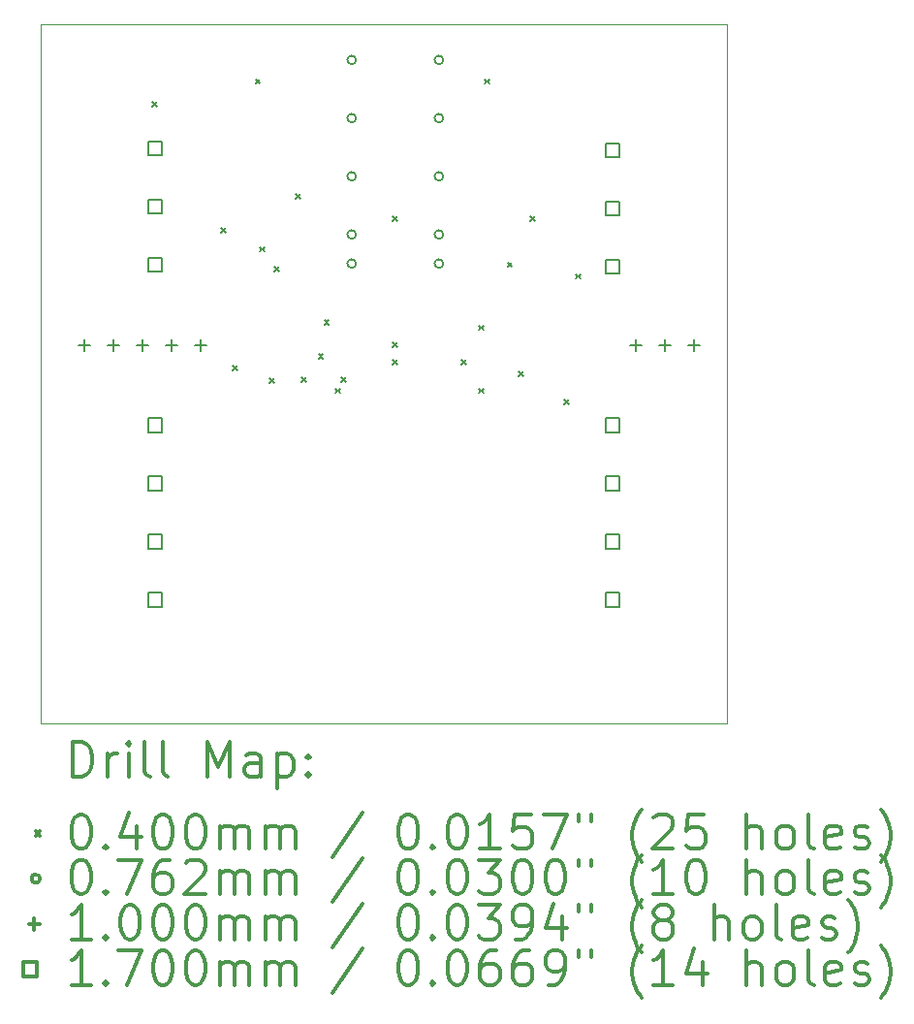
<source format=gbr>
%FSLAX45Y45*%
G04 Gerber Fmt 4.5, Leading zero omitted, Abs format (unit mm)*
G04 Created by KiCad (PCBNEW 5.1.10-88a1d61d58~88~ubuntu20.10.1) date 2021-05-12 21:52:31*
%MOMM*%
%LPD*%
G01*
G04 APERTURE LIST*
%TA.AperFunction,Profile*%
%ADD10C,0.050000*%
%TD*%
%ADD11C,0.200000*%
%ADD12C,0.300000*%
G04 APERTURE END LIST*
D10*
X7000000Y-4000000D02*
X7000000Y-10100000D01*
X13000000Y-4000000D02*
X7000000Y-4000000D01*
X13000000Y-10100000D02*
X13000000Y-4000000D01*
X7000000Y-10100000D02*
X13000000Y-10100000D01*
D11*
X7980000Y-4680000D02*
X8020000Y-4720000D01*
X8020000Y-4680000D02*
X7980000Y-4720000D01*
X8580000Y-5780000D02*
X8620000Y-5820000D01*
X8620000Y-5780000D02*
X8580000Y-5820000D01*
X8680000Y-6980000D02*
X8720000Y-7020000D01*
X8720000Y-6980000D02*
X8680000Y-7020000D01*
X8880000Y-4480000D02*
X8920000Y-4520000D01*
X8920000Y-4480000D02*
X8880000Y-4520000D01*
X8916500Y-5943500D02*
X8956500Y-5983500D01*
X8956500Y-5943500D02*
X8916500Y-5983500D01*
X8999301Y-7089699D02*
X9039301Y-7129699D01*
X9039301Y-7089699D02*
X8999301Y-7129699D01*
X9043500Y-6116500D02*
X9083500Y-6156500D01*
X9083500Y-6116500D02*
X9043500Y-6156500D01*
X9230000Y-5480000D02*
X9270000Y-5520000D01*
X9270000Y-5480000D02*
X9230000Y-5520000D01*
X9280000Y-7080000D02*
X9320000Y-7120000D01*
X9320000Y-7080000D02*
X9280000Y-7120000D01*
X9430000Y-6880000D02*
X9470000Y-6920000D01*
X9470000Y-6880000D02*
X9430000Y-6920000D01*
X9480000Y-6580000D02*
X9520000Y-6620000D01*
X9520000Y-6580000D02*
X9480000Y-6620000D01*
X9580000Y-7180000D02*
X9620000Y-7220000D01*
X9620000Y-7180000D02*
X9580000Y-7220000D01*
X9630000Y-7080000D02*
X9670000Y-7120000D01*
X9670000Y-7080000D02*
X9630000Y-7120000D01*
X10080000Y-5680000D02*
X10120000Y-5720000D01*
X10120000Y-5680000D02*
X10080000Y-5720000D01*
X10080000Y-6780000D02*
X10120000Y-6820000D01*
X10120000Y-6780000D02*
X10080000Y-6820000D01*
X10080000Y-6930000D02*
X10120000Y-6970000D01*
X10120000Y-6930000D02*
X10080000Y-6970000D01*
X10680000Y-6930000D02*
X10720000Y-6970000D01*
X10720000Y-6930000D02*
X10680000Y-6970000D01*
X10830000Y-6630000D02*
X10870000Y-6670000D01*
X10870000Y-6630000D02*
X10830000Y-6670000D01*
X10830000Y-7180000D02*
X10870000Y-7220000D01*
X10870000Y-7180000D02*
X10830000Y-7220000D01*
X10880000Y-4480000D02*
X10920000Y-4520000D01*
X10920000Y-4480000D02*
X10880000Y-4520000D01*
X11080000Y-6080000D02*
X11120000Y-6120000D01*
X11120000Y-6080000D02*
X11080000Y-6120000D01*
X11180000Y-7030000D02*
X11220000Y-7070000D01*
X11220000Y-7030000D02*
X11180000Y-7070000D01*
X11280000Y-5680000D02*
X11320000Y-5720000D01*
X11320000Y-5680000D02*
X11280000Y-5720000D01*
X11577500Y-7280000D02*
X11617500Y-7320000D01*
X11617500Y-7280000D02*
X11577500Y-7320000D01*
X11680000Y-6180000D02*
X11720000Y-6220000D01*
X11720000Y-6180000D02*
X11680000Y-6220000D01*
X9757100Y-4311000D02*
G75*
G03*
X9757100Y-4311000I-38100J0D01*
G01*
X9757100Y-4819000D02*
G75*
G03*
X9757100Y-4819000I-38100J0D01*
G01*
X9757100Y-5327000D02*
G75*
G03*
X9757100Y-5327000I-38100J0D01*
G01*
X9757100Y-5835000D02*
G75*
G03*
X9757100Y-5835000I-38100J0D01*
G01*
X9757100Y-6089000D02*
G75*
G03*
X9757100Y-6089000I-38100J0D01*
G01*
X10519100Y-4311000D02*
G75*
G03*
X10519100Y-4311000I-38100J0D01*
G01*
X10519100Y-4819000D02*
G75*
G03*
X10519100Y-4819000I-38100J0D01*
G01*
X10519100Y-5327000D02*
G75*
G03*
X10519100Y-5327000I-38100J0D01*
G01*
X10519100Y-5835000D02*
G75*
G03*
X10519100Y-5835000I-38100J0D01*
G01*
X10519100Y-6089000D02*
G75*
G03*
X10519100Y-6089000I-38100J0D01*
G01*
X7384000Y-6750000D02*
X7384000Y-6850000D01*
X7334000Y-6800000D02*
X7434000Y-6800000D01*
X7638000Y-6750000D02*
X7638000Y-6850000D01*
X7588000Y-6800000D02*
X7688000Y-6800000D01*
X7892000Y-6750000D02*
X7892000Y-6850000D01*
X7842000Y-6800000D02*
X7942000Y-6800000D01*
X8146000Y-6750000D02*
X8146000Y-6850000D01*
X8096000Y-6800000D02*
X8196000Y-6800000D01*
X8400000Y-6750000D02*
X8400000Y-6850000D01*
X8350000Y-6800000D02*
X8450000Y-6800000D01*
X12200000Y-6750000D02*
X12200000Y-6850000D01*
X12150000Y-6800000D02*
X12250000Y-6800000D01*
X12454000Y-6750000D02*
X12454000Y-6850000D01*
X12404000Y-6800000D02*
X12504000Y-6800000D01*
X12708000Y-6750000D02*
X12708000Y-6850000D01*
X12658000Y-6800000D02*
X12758000Y-6800000D01*
X8060105Y-5144105D02*
X8060105Y-5023895D01*
X7939895Y-5023895D01*
X7939895Y-5144105D01*
X8060105Y-5144105D01*
X8060105Y-5652105D02*
X8060105Y-5531895D01*
X7939895Y-5531895D01*
X7939895Y-5652105D01*
X8060105Y-5652105D01*
X8060105Y-6160105D02*
X8060105Y-6039895D01*
X7939895Y-6039895D01*
X7939895Y-6160105D01*
X8060105Y-6160105D01*
X8060105Y-7560105D02*
X8060105Y-7439895D01*
X7939895Y-7439895D01*
X7939895Y-7560105D01*
X8060105Y-7560105D01*
X8060105Y-8068105D02*
X8060105Y-7947895D01*
X7939895Y-7947895D01*
X7939895Y-8068105D01*
X8060105Y-8068105D01*
X8060105Y-8576105D02*
X8060105Y-8455895D01*
X7939895Y-8455895D01*
X7939895Y-8576105D01*
X8060105Y-8576105D01*
X8060105Y-9084105D02*
X8060105Y-8963895D01*
X7939895Y-8963895D01*
X7939895Y-9084105D01*
X8060105Y-9084105D01*
X12060105Y-5160105D02*
X12060105Y-5039895D01*
X11939895Y-5039895D01*
X11939895Y-5160105D01*
X12060105Y-5160105D01*
X12060105Y-5668105D02*
X12060105Y-5547895D01*
X11939895Y-5547895D01*
X11939895Y-5668105D01*
X12060105Y-5668105D01*
X12060105Y-6176105D02*
X12060105Y-6055895D01*
X11939895Y-6055895D01*
X11939895Y-6176105D01*
X12060105Y-6176105D01*
X12060105Y-7560105D02*
X12060105Y-7439895D01*
X11939895Y-7439895D01*
X11939895Y-7560105D01*
X12060105Y-7560105D01*
X12060105Y-8068105D02*
X12060105Y-7947895D01*
X11939895Y-7947895D01*
X11939895Y-8068105D01*
X12060105Y-8068105D01*
X12060105Y-8576105D02*
X12060105Y-8455895D01*
X11939895Y-8455895D01*
X11939895Y-8576105D01*
X12060105Y-8576105D01*
X12060105Y-9084105D02*
X12060105Y-8963895D01*
X11939895Y-8963895D01*
X11939895Y-9084105D01*
X12060105Y-9084105D01*
D12*
X7283928Y-10568214D02*
X7283928Y-10268214D01*
X7355357Y-10268214D01*
X7398214Y-10282500D01*
X7426786Y-10311072D01*
X7441071Y-10339643D01*
X7455357Y-10396786D01*
X7455357Y-10439643D01*
X7441071Y-10496786D01*
X7426786Y-10525357D01*
X7398214Y-10553929D01*
X7355357Y-10568214D01*
X7283928Y-10568214D01*
X7583928Y-10568214D02*
X7583928Y-10368214D01*
X7583928Y-10425357D02*
X7598214Y-10396786D01*
X7612500Y-10382500D01*
X7641071Y-10368214D01*
X7669643Y-10368214D01*
X7769643Y-10568214D02*
X7769643Y-10368214D01*
X7769643Y-10268214D02*
X7755357Y-10282500D01*
X7769643Y-10296786D01*
X7783928Y-10282500D01*
X7769643Y-10268214D01*
X7769643Y-10296786D01*
X7955357Y-10568214D02*
X7926786Y-10553929D01*
X7912500Y-10525357D01*
X7912500Y-10268214D01*
X8112500Y-10568214D02*
X8083928Y-10553929D01*
X8069643Y-10525357D01*
X8069643Y-10268214D01*
X8455357Y-10568214D02*
X8455357Y-10268214D01*
X8555357Y-10482500D01*
X8655357Y-10268214D01*
X8655357Y-10568214D01*
X8926786Y-10568214D02*
X8926786Y-10411072D01*
X8912500Y-10382500D01*
X8883928Y-10368214D01*
X8826786Y-10368214D01*
X8798214Y-10382500D01*
X8926786Y-10553929D02*
X8898214Y-10568214D01*
X8826786Y-10568214D01*
X8798214Y-10553929D01*
X8783928Y-10525357D01*
X8783928Y-10496786D01*
X8798214Y-10468214D01*
X8826786Y-10453929D01*
X8898214Y-10453929D01*
X8926786Y-10439643D01*
X9069643Y-10368214D02*
X9069643Y-10668214D01*
X9069643Y-10382500D02*
X9098214Y-10368214D01*
X9155357Y-10368214D01*
X9183928Y-10382500D01*
X9198214Y-10396786D01*
X9212500Y-10425357D01*
X9212500Y-10511072D01*
X9198214Y-10539643D01*
X9183928Y-10553929D01*
X9155357Y-10568214D01*
X9098214Y-10568214D01*
X9069643Y-10553929D01*
X9341071Y-10539643D02*
X9355357Y-10553929D01*
X9341071Y-10568214D01*
X9326786Y-10553929D01*
X9341071Y-10539643D01*
X9341071Y-10568214D01*
X9341071Y-10382500D02*
X9355357Y-10396786D01*
X9341071Y-10411072D01*
X9326786Y-10396786D01*
X9341071Y-10382500D01*
X9341071Y-10411072D01*
X6957500Y-11042500D02*
X6997500Y-11082500D01*
X6997500Y-11042500D02*
X6957500Y-11082500D01*
X7341071Y-10898214D02*
X7369643Y-10898214D01*
X7398214Y-10912500D01*
X7412500Y-10926786D01*
X7426786Y-10955357D01*
X7441071Y-11012500D01*
X7441071Y-11083929D01*
X7426786Y-11141072D01*
X7412500Y-11169643D01*
X7398214Y-11183929D01*
X7369643Y-11198214D01*
X7341071Y-11198214D01*
X7312500Y-11183929D01*
X7298214Y-11169643D01*
X7283928Y-11141072D01*
X7269643Y-11083929D01*
X7269643Y-11012500D01*
X7283928Y-10955357D01*
X7298214Y-10926786D01*
X7312500Y-10912500D01*
X7341071Y-10898214D01*
X7569643Y-11169643D02*
X7583928Y-11183929D01*
X7569643Y-11198214D01*
X7555357Y-11183929D01*
X7569643Y-11169643D01*
X7569643Y-11198214D01*
X7841071Y-10998214D02*
X7841071Y-11198214D01*
X7769643Y-10883929D02*
X7698214Y-11098214D01*
X7883928Y-11098214D01*
X8055357Y-10898214D02*
X8083928Y-10898214D01*
X8112500Y-10912500D01*
X8126786Y-10926786D01*
X8141071Y-10955357D01*
X8155357Y-11012500D01*
X8155357Y-11083929D01*
X8141071Y-11141072D01*
X8126786Y-11169643D01*
X8112500Y-11183929D01*
X8083928Y-11198214D01*
X8055357Y-11198214D01*
X8026786Y-11183929D01*
X8012500Y-11169643D01*
X7998214Y-11141072D01*
X7983928Y-11083929D01*
X7983928Y-11012500D01*
X7998214Y-10955357D01*
X8012500Y-10926786D01*
X8026786Y-10912500D01*
X8055357Y-10898214D01*
X8341071Y-10898214D02*
X8369643Y-10898214D01*
X8398214Y-10912500D01*
X8412500Y-10926786D01*
X8426786Y-10955357D01*
X8441071Y-11012500D01*
X8441071Y-11083929D01*
X8426786Y-11141072D01*
X8412500Y-11169643D01*
X8398214Y-11183929D01*
X8369643Y-11198214D01*
X8341071Y-11198214D01*
X8312500Y-11183929D01*
X8298214Y-11169643D01*
X8283928Y-11141072D01*
X8269643Y-11083929D01*
X8269643Y-11012500D01*
X8283928Y-10955357D01*
X8298214Y-10926786D01*
X8312500Y-10912500D01*
X8341071Y-10898214D01*
X8569643Y-11198214D02*
X8569643Y-10998214D01*
X8569643Y-11026786D02*
X8583928Y-11012500D01*
X8612500Y-10998214D01*
X8655357Y-10998214D01*
X8683928Y-11012500D01*
X8698214Y-11041072D01*
X8698214Y-11198214D01*
X8698214Y-11041072D02*
X8712500Y-11012500D01*
X8741071Y-10998214D01*
X8783928Y-10998214D01*
X8812500Y-11012500D01*
X8826786Y-11041072D01*
X8826786Y-11198214D01*
X8969643Y-11198214D02*
X8969643Y-10998214D01*
X8969643Y-11026786D02*
X8983928Y-11012500D01*
X9012500Y-10998214D01*
X9055357Y-10998214D01*
X9083928Y-11012500D01*
X9098214Y-11041072D01*
X9098214Y-11198214D01*
X9098214Y-11041072D02*
X9112500Y-11012500D01*
X9141071Y-10998214D01*
X9183928Y-10998214D01*
X9212500Y-11012500D01*
X9226786Y-11041072D01*
X9226786Y-11198214D01*
X9812500Y-10883929D02*
X9555357Y-11269643D01*
X10198214Y-10898214D02*
X10226786Y-10898214D01*
X10255357Y-10912500D01*
X10269643Y-10926786D01*
X10283928Y-10955357D01*
X10298214Y-11012500D01*
X10298214Y-11083929D01*
X10283928Y-11141072D01*
X10269643Y-11169643D01*
X10255357Y-11183929D01*
X10226786Y-11198214D01*
X10198214Y-11198214D01*
X10169643Y-11183929D01*
X10155357Y-11169643D01*
X10141071Y-11141072D01*
X10126786Y-11083929D01*
X10126786Y-11012500D01*
X10141071Y-10955357D01*
X10155357Y-10926786D01*
X10169643Y-10912500D01*
X10198214Y-10898214D01*
X10426786Y-11169643D02*
X10441071Y-11183929D01*
X10426786Y-11198214D01*
X10412500Y-11183929D01*
X10426786Y-11169643D01*
X10426786Y-11198214D01*
X10626786Y-10898214D02*
X10655357Y-10898214D01*
X10683928Y-10912500D01*
X10698214Y-10926786D01*
X10712500Y-10955357D01*
X10726786Y-11012500D01*
X10726786Y-11083929D01*
X10712500Y-11141072D01*
X10698214Y-11169643D01*
X10683928Y-11183929D01*
X10655357Y-11198214D01*
X10626786Y-11198214D01*
X10598214Y-11183929D01*
X10583928Y-11169643D01*
X10569643Y-11141072D01*
X10555357Y-11083929D01*
X10555357Y-11012500D01*
X10569643Y-10955357D01*
X10583928Y-10926786D01*
X10598214Y-10912500D01*
X10626786Y-10898214D01*
X11012500Y-11198214D02*
X10841071Y-11198214D01*
X10926786Y-11198214D02*
X10926786Y-10898214D01*
X10898214Y-10941072D01*
X10869643Y-10969643D01*
X10841071Y-10983929D01*
X11283928Y-10898214D02*
X11141071Y-10898214D01*
X11126786Y-11041072D01*
X11141071Y-11026786D01*
X11169643Y-11012500D01*
X11241071Y-11012500D01*
X11269643Y-11026786D01*
X11283928Y-11041072D01*
X11298214Y-11069643D01*
X11298214Y-11141072D01*
X11283928Y-11169643D01*
X11269643Y-11183929D01*
X11241071Y-11198214D01*
X11169643Y-11198214D01*
X11141071Y-11183929D01*
X11126786Y-11169643D01*
X11398214Y-10898214D02*
X11598214Y-10898214D01*
X11469643Y-11198214D01*
X11698214Y-10898214D02*
X11698214Y-10955357D01*
X11812500Y-10898214D02*
X11812500Y-10955357D01*
X12255357Y-11312500D02*
X12241071Y-11298214D01*
X12212500Y-11255357D01*
X12198214Y-11226786D01*
X12183928Y-11183929D01*
X12169643Y-11112500D01*
X12169643Y-11055357D01*
X12183928Y-10983929D01*
X12198214Y-10941072D01*
X12212500Y-10912500D01*
X12241071Y-10869643D01*
X12255357Y-10855357D01*
X12355357Y-10926786D02*
X12369643Y-10912500D01*
X12398214Y-10898214D01*
X12469643Y-10898214D01*
X12498214Y-10912500D01*
X12512500Y-10926786D01*
X12526786Y-10955357D01*
X12526786Y-10983929D01*
X12512500Y-11026786D01*
X12341071Y-11198214D01*
X12526786Y-11198214D01*
X12798214Y-10898214D02*
X12655357Y-10898214D01*
X12641071Y-11041072D01*
X12655357Y-11026786D01*
X12683928Y-11012500D01*
X12755357Y-11012500D01*
X12783928Y-11026786D01*
X12798214Y-11041072D01*
X12812500Y-11069643D01*
X12812500Y-11141072D01*
X12798214Y-11169643D01*
X12783928Y-11183929D01*
X12755357Y-11198214D01*
X12683928Y-11198214D01*
X12655357Y-11183929D01*
X12641071Y-11169643D01*
X13169643Y-11198214D02*
X13169643Y-10898214D01*
X13298214Y-11198214D02*
X13298214Y-11041072D01*
X13283928Y-11012500D01*
X13255357Y-10998214D01*
X13212500Y-10998214D01*
X13183928Y-11012500D01*
X13169643Y-11026786D01*
X13483928Y-11198214D02*
X13455357Y-11183929D01*
X13441071Y-11169643D01*
X13426786Y-11141072D01*
X13426786Y-11055357D01*
X13441071Y-11026786D01*
X13455357Y-11012500D01*
X13483928Y-10998214D01*
X13526786Y-10998214D01*
X13555357Y-11012500D01*
X13569643Y-11026786D01*
X13583928Y-11055357D01*
X13583928Y-11141072D01*
X13569643Y-11169643D01*
X13555357Y-11183929D01*
X13526786Y-11198214D01*
X13483928Y-11198214D01*
X13755357Y-11198214D02*
X13726786Y-11183929D01*
X13712500Y-11155357D01*
X13712500Y-10898214D01*
X13983928Y-11183929D02*
X13955357Y-11198214D01*
X13898214Y-11198214D01*
X13869643Y-11183929D01*
X13855357Y-11155357D01*
X13855357Y-11041072D01*
X13869643Y-11012500D01*
X13898214Y-10998214D01*
X13955357Y-10998214D01*
X13983928Y-11012500D01*
X13998214Y-11041072D01*
X13998214Y-11069643D01*
X13855357Y-11098214D01*
X14112500Y-11183929D02*
X14141071Y-11198214D01*
X14198214Y-11198214D01*
X14226786Y-11183929D01*
X14241071Y-11155357D01*
X14241071Y-11141072D01*
X14226786Y-11112500D01*
X14198214Y-11098214D01*
X14155357Y-11098214D01*
X14126786Y-11083929D01*
X14112500Y-11055357D01*
X14112500Y-11041072D01*
X14126786Y-11012500D01*
X14155357Y-10998214D01*
X14198214Y-10998214D01*
X14226786Y-11012500D01*
X14341071Y-11312500D02*
X14355357Y-11298214D01*
X14383928Y-11255357D01*
X14398214Y-11226786D01*
X14412500Y-11183929D01*
X14426786Y-11112500D01*
X14426786Y-11055357D01*
X14412500Y-10983929D01*
X14398214Y-10941072D01*
X14383928Y-10912500D01*
X14355357Y-10869643D01*
X14341071Y-10855357D01*
X6997500Y-11458500D02*
G75*
G03*
X6997500Y-11458500I-38100J0D01*
G01*
X7341071Y-11294214D02*
X7369643Y-11294214D01*
X7398214Y-11308500D01*
X7412500Y-11322786D01*
X7426786Y-11351357D01*
X7441071Y-11408500D01*
X7441071Y-11479929D01*
X7426786Y-11537071D01*
X7412500Y-11565643D01*
X7398214Y-11579929D01*
X7369643Y-11594214D01*
X7341071Y-11594214D01*
X7312500Y-11579929D01*
X7298214Y-11565643D01*
X7283928Y-11537071D01*
X7269643Y-11479929D01*
X7269643Y-11408500D01*
X7283928Y-11351357D01*
X7298214Y-11322786D01*
X7312500Y-11308500D01*
X7341071Y-11294214D01*
X7569643Y-11565643D02*
X7583928Y-11579929D01*
X7569643Y-11594214D01*
X7555357Y-11579929D01*
X7569643Y-11565643D01*
X7569643Y-11594214D01*
X7683928Y-11294214D02*
X7883928Y-11294214D01*
X7755357Y-11594214D01*
X8126786Y-11294214D02*
X8069643Y-11294214D01*
X8041071Y-11308500D01*
X8026786Y-11322786D01*
X7998214Y-11365643D01*
X7983928Y-11422786D01*
X7983928Y-11537071D01*
X7998214Y-11565643D01*
X8012500Y-11579929D01*
X8041071Y-11594214D01*
X8098214Y-11594214D01*
X8126786Y-11579929D01*
X8141071Y-11565643D01*
X8155357Y-11537071D01*
X8155357Y-11465643D01*
X8141071Y-11437071D01*
X8126786Y-11422786D01*
X8098214Y-11408500D01*
X8041071Y-11408500D01*
X8012500Y-11422786D01*
X7998214Y-11437071D01*
X7983928Y-11465643D01*
X8269643Y-11322786D02*
X8283928Y-11308500D01*
X8312500Y-11294214D01*
X8383928Y-11294214D01*
X8412500Y-11308500D01*
X8426786Y-11322786D01*
X8441071Y-11351357D01*
X8441071Y-11379929D01*
X8426786Y-11422786D01*
X8255357Y-11594214D01*
X8441071Y-11594214D01*
X8569643Y-11594214D02*
X8569643Y-11394214D01*
X8569643Y-11422786D02*
X8583928Y-11408500D01*
X8612500Y-11394214D01*
X8655357Y-11394214D01*
X8683928Y-11408500D01*
X8698214Y-11437071D01*
X8698214Y-11594214D01*
X8698214Y-11437071D02*
X8712500Y-11408500D01*
X8741071Y-11394214D01*
X8783928Y-11394214D01*
X8812500Y-11408500D01*
X8826786Y-11437071D01*
X8826786Y-11594214D01*
X8969643Y-11594214D02*
X8969643Y-11394214D01*
X8969643Y-11422786D02*
X8983928Y-11408500D01*
X9012500Y-11394214D01*
X9055357Y-11394214D01*
X9083928Y-11408500D01*
X9098214Y-11437071D01*
X9098214Y-11594214D01*
X9098214Y-11437071D02*
X9112500Y-11408500D01*
X9141071Y-11394214D01*
X9183928Y-11394214D01*
X9212500Y-11408500D01*
X9226786Y-11437071D01*
X9226786Y-11594214D01*
X9812500Y-11279929D02*
X9555357Y-11665643D01*
X10198214Y-11294214D02*
X10226786Y-11294214D01*
X10255357Y-11308500D01*
X10269643Y-11322786D01*
X10283928Y-11351357D01*
X10298214Y-11408500D01*
X10298214Y-11479929D01*
X10283928Y-11537071D01*
X10269643Y-11565643D01*
X10255357Y-11579929D01*
X10226786Y-11594214D01*
X10198214Y-11594214D01*
X10169643Y-11579929D01*
X10155357Y-11565643D01*
X10141071Y-11537071D01*
X10126786Y-11479929D01*
X10126786Y-11408500D01*
X10141071Y-11351357D01*
X10155357Y-11322786D01*
X10169643Y-11308500D01*
X10198214Y-11294214D01*
X10426786Y-11565643D02*
X10441071Y-11579929D01*
X10426786Y-11594214D01*
X10412500Y-11579929D01*
X10426786Y-11565643D01*
X10426786Y-11594214D01*
X10626786Y-11294214D02*
X10655357Y-11294214D01*
X10683928Y-11308500D01*
X10698214Y-11322786D01*
X10712500Y-11351357D01*
X10726786Y-11408500D01*
X10726786Y-11479929D01*
X10712500Y-11537071D01*
X10698214Y-11565643D01*
X10683928Y-11579929D01*
X10655357Y-11594214D01*
X10626786Y-11594214D01*
X10598214Y-11579929D01*
X10583928Y-11565643D01*
X10569643Y-11537071D01*
X10555357Y-11479929D01*
X10555357Y-11408500D01*
X10569643Y-11351357D01*
X10583928Y-11322786D01*
X10598214Y-11308500D01*
X10626786Y-11294214D01*
X10826786Y-11294214D02*
X11012500Y-11294214D01*
X10912500Y-11408500D01*
X10955357Y-11408500D01*
X10983928Y-11422786D01*
X10998214Y-11437071D01*
X11012500Y-11465643D01*
X11012500Y-11537071D01*
X10998214Y-11565643D01*
X10983928Y-11579929D01*
X10955357Y-11594214D01*
X10869643Y-11594214D01*
X10841071Y-11579929D01*
X10826786Y-11565643D01*
X11198214Y-11294214D02*
X11226786Y-11294214D01*
X11255357Y-11308500D01*
X11269643Y-11322786D01*
X11283928Y-11351357D01*
X11298214Y-11408500D01*
X11298214Y-11479929D01*
X11283928Y-11537071D01*
X11269643Y-11565643D01*
X11255357Y-11579929D01*
X11226786Y-11594214D01*
X11198214Y-11594214D01*
X11169643Y-11579929D01*
X11155357Y-11565643D01*
X11141071Y-11537071D01*
X11126786Y-11479929D01*
X11126786Y-11408500D01*
X11141071Y-11351357D01*
X11155357Y-11322786D01*
X11169643Y-11308500D01*
X11198214Y-11294214D01*
X11483928Y-11294214D02*
X11512500Y-11294214D01*
X11541071Y-11308500D01*
X11555357Y-11322786D01*
X11569643Y-11351357D01*
X11583928Y-11408500D01*
X11583928Y-11479929D01*
X11569643Y-11537071D01*
X11555357Y-11565643D01*
X11541071Y-11579929D01*
X11512500Y-11594214D01*
X11483928Y-11594214D01*
X11455357Y-11579929D01*
X11441071Y-11565643D01*
X11426786Y-11537071D01*
X11412500Y-11479929D01*
X11412500Y-11408500D01*
X11426786Y-11351357D01*
X11441071Y-11322786D01*
X11455357Y-11308500D01*
X11483928Y-11294214D01*
X11698214Y-11294214D02*
X11698214Y-11351357D01*
X11812500Y-11294214D02*
X11812500Y-11351357D01*
X12255357Y-11708500D02*
X12241071Y-11694214D01*
X12212500Y-11651357D01*
X12198214Y-11622786D01*
X12183928Y-11579929D01*
X12169643Y-11508500D01*
X12169643Y-11451357D01*
X12183928Y-11379929D01*
X12198214Y-11337071D01*
X12212500Y-11308500D01*
X12241071Y-11265643D01*
X12255357Y-11251357D01*
X12526786Y-11594214D02*
X12355357Y-11594214D01*
X12441071Y-11594214D02*
X12441071Y-11294214D01*
X12412500Y-11337071D01*
X12383928Y-11365643D01*
X12355357Y-11379929D01*
X12712500Y-11294214D02*
X12741071Y-11294214D01*
X12769643Y-11308500D01*
X12783928Y-11322786D01*
X12798214Y-11351357D01*
X12812500Y-11408500D01*
X12812500Y-11479929D01*
X12798214Y-11537071D01*
X12783928Y-11565643D01*
X12769643Y-11579929D01*
X12741071Y-11594214D01*
X12712500Y-11594214D01*
X12683928Y-11579929D01*
X12669643Y-11565643D01*
X12655357Y-11537071D01*
X12641071Y-11479929D01*
X12641071Y-11408500D01*
X12655357Y-11351357D01*
X12669643Y-11322786D01*
X12683928Y-11308500D01*
X12712500Y-11294214D01*
X13169643Y-11594214D02*
X13169643Y-11294214D01*
X13298214Y-11594214D02*
X13298214Y-11437071D01*
X13283928Y-11408500D01*
X13255357Y-11394214D01*
X13212500Y-11394214D01*
X13183928Y-11408500D01*
X13169643Y-11422786D01*
X13483928Y-11594214D02*
X13455357Y-11579929D01*
X13441071Y-11565643D01*
X13426786Y-11537071D01*
X13426786Y-11451357D01*
X13441071Y-11422786D01*
X13455357Y-11408500D01*
X13483928Y-11394214D01*
X13526786Y-11394214D01*
X13555357Y-11408500D01*
X13569643Y-11422786D01*
X13583928Y-11451357D01*
X13583928Y-11537071D01*
X13569643Y-11565643D01*
X13555357Y-11579929D01*
X13526786Y-11594214D01*
X13483928Y-11594214D01*
X13755357Y-11594214D02*
X13726786Y-11579929D01*
X13712500Y-11551357D01*
X13712500Y-11294214D01*
X13983928Y-11579929D02*
X13955357Y-11594214D01*
X13898214Y-11594214D01*
X13869643Y-11579929D01*
X13855357Y-11551357D01*
X13855357Y-11437071D01*
X13869643Y-11408500D01*
X13898214Y-11394214D01*
X13955357Y-11394214D01*
X13983928Y-11408500D01*
X13998214Y-11437071D01*
X13998214Y-11465643D01*
X13855357Y-11494214D01*
X14112500Y-11579929D02*
X14141071Y-11594214D01*
X14198214Y-11594214D01*
X14226786Y-11579929D01*
X14241071Y-11551357D01*
X14241071Y-11537071D01*
X14226786Y-11508500D01*
X14198214Y-11494214D01*
X14155357Y-11494214D01*
X14126786Y-11479929D01*
X14112500Y-11451357D01*
X14112500Y-11437071D01*
X14126786Y-11408500D01*
X14155357Y-11394214D01*
X14198214Y-11394214D01*
X14226786Y-11408500D01*
X14341071Y-11708500D02*
X14355357Y-11694214D01*
X14383928Y-11651357D01*
X14398214Y-11622786D01*
X14412500Y-11579929D01*
X14426786Y-11508500D01*
X14426786Y-11451357D01*
X14412500Y-11379929D01*
X14398214Y-11337071D01*
X14383928Y-11308500D01*
X14355357Y-11265643D01*
X14341071Y-11251357D01*
X6947500Y-11804500D02*
X6947500Y-11904500D01*
X6897500Y-11854500D02*
X6997500Y-11854500D01*
X7441071Y-11990214D02*
X7269643Y-11990214D01*
X7355357Y-11990214D02*
X7355357Y-11690214D01*
X7326786Y-11733071D01*
X7298214Y-11761643D01*
X7269643Y-11775929D01*
X7569643Y-11961643D02*
X7583928Y-11975929D01*
X7569643Y-11990214D01*
X7555357Y-11975929D01*
X7569643Y-11961643D01*
X7569643Y-11990214D01*
X7769643Y-11690214D02*
X7798214Y-11690214D01*
X7826786Y-11704500D01*
X7841071Y-11718786D01*
X7855357Y-11747357D01*
X7869643Y-11804500D01*
X7869643Y-11875929D01*
X7855357Y-11933071D01*
X7841071Y-11961643D01*
X7826786Y-11975929D01*
X7798214Y-11990214D01*
X7769643Y-11990214D01*
X7741071Y-11975929D01*
X7726786Y-11961643D01*
X7712500Y-11933071D01*
X7698214Y-11875929D01*
X7698214Y-11804500D01*
X7712500Y-11747357D01*
X7726786Y-11718786D01*
X7741071Y-11704500D01*
X7769643Y-11690214D01*
X8055357Y-11690214D02*
X8083928Y-11690214D01*
X8112500Y-11704500D01*
X8126786Y-11718786D01*
X8141071Y-11747357D01*
X8155357Y-11804500D01*
X8155357Y-11875929D01*
X8141071Y-11933071D01*
X8126786Y-11961643D01*
X8112500Y-11975929D01*
X8083928Y-11990214D01*
X8055357Y-11990214D01*
X8026786Y-11975929D01*
X8012500Y-11961643D01*
X7998214Y-11933071D01*
X7983928Y-11875929D01*
X7983928Y-11804500D01*
X7998214Y-11747357D01*
X8012500Y-11718786D01*
X8026786Y-11704500D01*
X8055357Y-11690214D01*
X8341071Y-11690214D02*
X8369643Y-11690214D01*
X8398214Y-11704500D01*
X8412500Y-11718786D01*
X8426786Y-11747357D01*
X8441071Y-11804500D01*
X8441071Y-11875929D01*
X8426786Y-11933071D01*
X8412500Y-11961643D01*
X8398214Y-11975929D01*
X8369643Y-11990214D01*
X8341071Y-11990214D01*
X8312500Y-11975929D01*
X8298214Y-11961643D01*
X8283928Y-11933071D01*
X8269643Y-11875929D01*
X8269643Y-11804500D01*
X8283928Y-11747357D01*
X8298214Y-11718786D01*
X8312500Y-11704500D01*
X8341071Y-11690214D01*
X8569643Y-11990214D02*
X8569643Y-11790214D01*
X8569643Y-11818786D02*
X8583928Y-11804500D01*
X8612500Y-11790214D01*
X8655357Y-11790214D01*
X8683928Y-11804500D01*
X8698214Y-11833071D01*
X8698214Y-11990214D01*
X8698214Y-11833071D02*
X8712500Y-11804500D01*
X8741071Y-11790214D01*
X8783928Y-11790214D01*
X8812500Y-11804500D01*
X8826786Y-11833071D01*
X8826786Y-11990214D01*
X8969643Y-11990214D02*
X8969643Y-11790214D01*
X8969643Y-11818786D02*
X8983928Y-11804500D01*
X9012500Y-11790214D01*
X9055357Y-11790214D01*
X9083928Y-11804500D01*
X9098214Y-11833071D01*
X9098214Y-11990214D01*
X9098214Y-11833071D02*
X9112500Y-11804500D01*
X9141071Y-11790214D01*
X9183928Y-11790214D01*
X9212500Y-11804500D01*
X9226786Y-11833071D01*
X9226786Y-11990214D01*
X9812500Y-11675929D02*
X9555357Y-12061643D01*
X10198214Y-11690214D02*
X10226786Y-11690214D01*
X10255357Y-11704500D01*
X10269643Y-11718786D01*
X10283928Y-11747357D01*
X10298214Y-11804500D01*
X10298214Y-11875929D01*
X10283928Y-11933071D01*
X10269643Y-11961643D01*
X10255357Y-11975929D01*
X10226786Y-11990214D01*
X10198214Y-11990214D01*
X10169643Y-11975929D01*
X10155357Y-11961643D01*
X10141071Y-11933071D01*
X10126786Y-11875929D01*
X10126786Y-11804500D01*
X10141071Y-11747357D01*
X10155357Y-11718786D01*
X10169643Y-11704500D01*
X10198214Y-11690214D01*
X10426786Y-11961643D02*
X10441071Y-11975929D01*
X10426786Y-11990214D01*
X10412500Y-11975929D01*
X10426786Y-11961643D01*
X10426786Y-11990214D01*
X10626786Y-11690214D02*
X10655357Y-11690214D01*
X10683928Y-11704500D01*
X10698214Y-11718786D01*
X10712500Y-11747357D01*
X10726786Y-11804500D01*
X10726786Y-11875929D01*
X10712500Y-11933071D01*
X10698214Y-11961643D01*
X10683928Y-11975929D01*
X10655357Y-11990214D01*
X10626786Y-11990214D01*
X10598214Y-11975929D01*
X10583928Y-11961643D01*
X10569643Y-11933071D01*
X10555357Y-11875929D01*
X10555357Y-11804500D01*
X10569643Y-11747357D01*
X10583928Y-11718786D01*
X10598214Y-11704500D01*
X10626786Y-11690214D01*
X10826786Y-11690214D02*
X11012500Y-11690214D01*
X10912500Y-11804500D01*
X10955357Y-11804500D01*
X10983928Y-11818786D01*
X10998214Y-11833071D01*
X11012500Y-11861643D01*
X11012500Y-11933071D01*
X10998214Y-11961643D01*
X10983928Y-11975929D01*
X10955357Y-11990214D01*
X10869643Y-11990214D01*
X10841071Y-11975929D01*
X10826786Y-11961643D01*
X11155357Y-11990214D02*
X11212500Y-11990214D01*
X11241071Y-11975929D01*
X11255357Y-11961643D01*
X11283928Y-11918786D01*
X11298214Y-11861643D01*
X11298214Y-11747357D01*
X11283928Y-11718786D01*
X11269643Y-11704500D01*
X11241071Y-11690214D01*
X11183928Y-11690214D01*
X11155357Y-11704500D01*
X11141071Y-11718786D01*
X11126786Y-11747357D01*
X11126786Y-11818786D01*
X11141071Y-11847357D01*
X11155357Y-11861643D01*
X11183928Y-11875929D01*
X11241071Y-11875929D01*
X11269643Y-11861643D01*
X11283928Y-11847357D01*
X11298214Y-11818786D01*
X11555357Y-11790214D02*
X11555357Y-11990214D01*
X11483928Y-11675929D02*
X11412500Y-11890214D01*
X11598214Y-11890214D01*
X11698214Y-11690214D02*
X11698214Y-11747357D01*
X11812500Y-11690214D02*
X11812500Y-11747357D01*
X12255357Y-12104500D02*
X12241071Y-12090214D01*
X12212500Y-12047357D01*
X12198214Y-12018786D01*
X12183928Y-11975929D01*
X12169643Y-11904500D01*
X12169643Y-11847357D01*
X12183928Y-11775929D01*
X12198214Y-11733071D01*
X12212500Y-11704500D01*
X12241071Y-11661643D01*
X12255357Y-11647357D01*
X12412500Y-11818786D02*
X12383928Y-11804500D01*
X12369643Y-11790214D01*
X12355357Y-11761643D01*
X12355357Y-11747357D01*
X12369643Y-11718786D01*
X12383928Y-11704500D01*
X12412500Y-11690214D01*
X12469643Y-11690214D01*
X12498214Y-11704500D01*
X12512500Y-11718786D01*
X12526786Y-11747357D01*
X12526786Y-11761643D01*
X12512500Y-11790214D01*
X12498214Y-11804500D01*
X12469643Y-11818786D01*
X12412500Y-11818786D01*
X12383928Y-11833071D01*
X12369643Y-11847357D01*
X12355357Y-11875929D01*
X12355357Y-11933071D01*
X12369643Y-11961643D01*
X12383928Y-11975929D01*
X12412500Y-11990214D01*
X12469643Y-11990214D01*
X12498214Y-11975929D01*
X12512500Y-11961643D01*
X12526786Y-11933071D01*
X12526786Y-11875929D01*
X12512500Y-11847357D01*
X12498214Y-11833071D01*
X12469643Y-11818786D01*
X12883928Y-11990214D02*
X12883928Y-11690214D01*
X13012500Y-11990214D02*
X13012500Y-11833071D01*
X12998214Y-11804500D01*
X12969643Y-11790214D01*
X12926786Y-11790214D01*
X12898214Y-11804500D01*
X12883928Y-11818786D01*
X13198214Y-11990214D02*
X13169643Y-11975929D01*
X13155357Y-11961643D01*
X13141071Y-11933071D01*
X13141071Y-11847357D01*
X13155357Y-11818786D01*
X13169643Y-11804500D01*
X13198214Y-11790214D01*
X13241071Y-11790214D01*
X13269643Y-11804500D01*
X13283928Y-11818786D01*
X13298214Y-11847357D01*
X13298214Y-11933071D01*
X13283928Y-11961643D01*
X13269643Y-11975929D01*
X13241071Y-11990214D01*
X13198214Y-11990214D01*
X13469643Y-11990214D02*
X13441071Y-11975929D01*
X13426786Y-11947357D01*
X13426786Y-11690214D01*
X13698214Y-11975929D02*
X13669643Y-11990214D01*
X13612500Y-11990214D01*
X13583928Y-11975929D01*
X13569643Y-11947357D01*
X13569643Y-11833071D01*
X13583928Y-11804500D01*
X13612500Y-11790214D01*
X13669643Y-11790214D01*
X13698214Y-11804500D01*
X13712500Y-11833071D01*
X13712500Y-11861643D01*
X13569643Y-11890214D01*
X13826786Y-11975929D02*
X13855357Y-11990214D01*
X13912500Y-11990214D01*
X13941071Y-11975929D01*
X13955357Y-11947357D01*
X13955357Y-11933071D01*
X13941071Y-11904500D01*
X13912500Y-11890214D01*
X13869643Y-11890214D01*
X13841071Y-11875929D01*
X13826786Y-11847357D01*
X13826786Y-11833071D01*
X13841071Y-11804500D01*
X13869643Y-11790214D01*
X13912500Y-11790214D01*
X13941071Y-11804500D01*
X14055357Y-12104500D02*
X14069643Y-12090214D01*
X14098214Y-12047357D01*
X14112500Y-12018786D01*
X14126786Y-11975929D01*
X14141071Y-11904500D01*
X14141071Y-11847357D01*
X14126786Y-11775929D01*
X14112500Y-11733071D01*
X14098214Y-11704500D01*
X14069643Y-11661643D01*
X14055357Y-11647357D01*
X6972605Y-12310605D02*
X6972605Y-12190395D01*
X6852395Y-12190395D01*
X6852395Y-12310605D01*
X6972605Y-12310605D01*
X7441071Y-12386214D02*
X7269643Y-12386214D01*
X7355357Y-12386214D02*
X7355357Y-12086214D01*
X7326786Y-12129071D01*
X7298214Y-12157643D01*
X7269643Y-12171929D01*
X7569643Y-12357643D02*
X7583928Y-12371929D01*
X7569643Y-12386214D01*
X7555357Y-12371929D01*
X7569643Y-12357643D01*
X7569643Y-12386214D01*
X7683928Y-12086214D02*
X7883928Y-12086214D01*
X7755357Y-12386214D01*
X8055357Y-12086214D02*
X8083928Y-12086214D01*
X8112500Y-12100500D01*
X8126786Y-12114786D01*
X8141071Y-12143357D01*
X8155357Y-12200500D01*
X8155357Y-12271929D01*
X8141071Y-12329071D01*
X8126786Y-12357643D01*
X8112500Y-12371929D01*
X8083928Y-12386214D01*
X8055357Y-12386214D01*
X8026786Y-12371929D01*
X8012500Y-12357643D01*
X7998214Y-12329071D01*
X7983928Y-12271929D01*
X7983928Y-12200500D01*
X7998214Y-12143357D01*
X8012500Y-12114786D01*
X8026786Y-12100500D01*
X8055357Y-12086214D01*
X8341071Y-12086214D02*
X8369643Y-12086214D01*
X8398214Y-12100500D01*
X8412500Y-12114786D01*
X8426786Y-12143357D01*
X8441071Y-12200500D01*
X8441071Y-12271929D01*
X8426786Y-12329071D01*
X8412500Y-12357643D01*
X8398214Y-12371929D01*
X8369643Y-12386214D01*
X8341071Y-12386214D01*
X8312500Y-12371929D01*
X8298214Y-12357643D01*
X8283928Y-12329071D01*
X8269643Y-12271929D01*
X8269643Y-12200500D01*
X8283928Y-12143357D01*
X8298214Y-12114786D01*
X8312500Y-12100500D01*
X8341071Y-12086214D01*
X8569643Y-12386214D02*
X8569643Y-12186214D01*
X8569643Y-12214786D02*
X8583928Y-12200500D01*
X8612500Y-12186214D01*
X8655357Y-12186214D01*
X8683928Y-12200500D01*
X8698214Y-12229071D01*
X8698214Y-12386214D01*
X8698214Y-12229071D02*
X8712500Y-12200500D01*
X8741071Y-12186214D01*
X8783928Y-12186214D01*
X8812500Y-12200500D01*
X8826786Y-12229071D01*
X8826786Y-12386214D01*
X8969643Y-12386214D02*
X8969643Y-12186214D01*
X8969643Y-12214786D02*
X8983928Y-12200500D01*
X9012500Y-12186214D01*
X9055357Y-12186214D01*
X9083928Y-12200500D01*
X9098214Y-12229071D01*
X9098214Y-12386214D01*
X9098214Y-12229071D02*
X9112500Y-12200500D01*
X9141071Y-12186214D01*
X9183928Y-12186214D01*
X9212500Y-12200500D01*
X9226786Y-12229071D01*
X9226786Y-12386214D01*
X9812500Y-12071929D02*
X9555357Y-12457643D01*
X10198214Y-12086214D02*
X10226786Y-12086214D01*
X10255357Y-12100500D01*
X10269643Y-12114786D01*
X10283928Y-12143357D01*
X10298214Y-12200500D01*
X10298214Y-12271929D01*
X10283928Y-12329071D01*
X10269643Y-12357643D01*
X10255357Y-12371929D01*
X10226786Y-12386214D01*
X10198214Y-12386214D01*
X10169643Y-12371929D01*
X10155357Y-12357643D01*
X10141071Y-12329071D01*
X10126786Y-12271929D01*
X10126786Y-12200500D01*
X10141071Y-12143357D01*
X10155357Y-12114786D01*
X10169643Y-12100500D01*
X10198214Y-12086214D01*
X10426786Y-12357643D02*
X10441071Y-12371929D01*
X10426786Y-12386214D01*
X10412500Y-12371929D01*
X10426786Y-12357643D01*
X10426786Y-12386214D01*
X10626786Y-12086214D02*
X10655357Y-12086214D01*
X10683928Y-12100500D01*
X10698214Y-12114786D01*
X10712500Y-12143357D01*
X10726786Y-12200500D01*
X10726786Y-12271929D01*
X10712500Y-12329071D01*
X10698214Y-12357643D01*
X10683928Y-12371929D01*
X10655357Y-12386214D01*
X10626786Y-12386214D01*
X10598214Y-12371929D01*
X10583928Y-12357643D01*
X10569643Y-12329071D01*
X10555357Y-12271929D01*
X10555357Y-12200500D01*
X10569643Y-12143357D01*
X10583928Y-12114786D01*
X10598214Y-12100500D01*
X10626786Y-12086214D01*
X10983928Y-12086214D02*
X10926786Y-12086214D01*
X10898214Y-12100500D01*
X10883928Y-12114786D01*
X10855357Y-12157643D01*
X10841071Y-12214786D01*
X10841071Y-12329071D01*
X10855357Y-12357643D01*
X10869643Y-12371929D01*
X10898214Y-12386214D01*
X10955357Y-12386214D01*
X10983928Y-12371929D01*
X10998214Y-12357643D01*
X11012500Y-12329071D01*
X11012500Y-12257643D01*
X10998214Y-12229071D01*
X10983928Y-12214786D01*
X10955357Y-12200500D01*
X10898214Y-12200500D01*
X10869643Y-12214786D01*
X10855357Y-12229071D01*
X10841071Y-12257643D01*
X11269643Y-12086214D02*
X11212500Y-12086214D01*
X11183928Y-12100500D01*
X11169643Y-12114786D01*
X11141071Y-12157643D01*
X11126786Y-12214786D01*
X11126786Y-12329071D01*
X11141071Y-12357643D01*
X11155357Y-12371929D01*
X11183928Y-12386214D01*
X11241071Y-12386214D01*
X11269643Y-12371929D01*
X11283928Y-12357643D01*
X11298214Y-12329071D01*
X11298214Y-12257643D01*
X11283928Y-12229071D01*
X11269643Y-12214786D01*
X11241071Y-12200500D01*
X11183928Y-12200500D01*
X11155357Y-12214786D01*
X11141071Y-12229071D01*
X11126786Y-12257643D01*
X11441071Y-12386214D02*
X11498214Y-12386214D01*
X11526786Y-12371929D01*
X11541071Y-12357643D01*
X11569643Y-12314786D01*
X11583928Y-12257643D01*
X11583928Y-12143357D01*
X11569643Y-12114786D01*
X11555357Y-12100500D01*
X11526786Y-12086214D01*
X11469643Y-12086214D01*
X11441071Y-12100500D01*
X11426786Y-12114786D01*
X11412500Y-12143357D01*
X11412500Y-12214786D01*
X11426786Y-12243357D01*
X11441071Y-12257643D01*
X11469643Y-12271929D01*
X11526786Y-12271929D01*
X11555357Y-12257643D01*
X11569643Y-12243357D01*
X11583928Y-12214786D01*
X11698214Y-12086214D02*
X11698214Y-12143357D01*
X11812500Y-12086214D02*
X11812500Y-12143357D01*
X12255357Y-12500500D02*
X12241071Y-12486214D01*
X12212500Y-12443357D01*
X12198214Y-12414786D01*
X12183928Y-12371929D01*
X12169643Y-12300500D01*
X12169643Y-12243357D01*
X12183928Y-12171929D01*
X12198214Y-12129071D01*
X12212500Y-12100500D01*
X12241071Y-12057643D01*
X12255357Y-12043357D01*
X12526786Y-12386214D02*
X12355357Y-12386214D01*
X12441071Y-12386214D02*
X12441071Y-12086214D01*
X12412500Y-12129071D01*
X12383928Y-12157643D01*
X12355357Y-12171929D01*
X12783928Y-12186214D02*
X12783928Y-12386214D01*
X12712500Y-12071929D02*
X12641071Y-12286214D01*
X12826786Y-12286214D01*
X13169643Y-12386214D02*
X13169643Y-12086214D01*
X13298214Y-12386214D02*
X13298214Y-12229071D01*
X13283928Y-12200500D01*
X13255357Y-12186214D01*
X13212500Y-12186214D01*
X13183928Y-12200500D01*
X13169643Y-12214786D01*
X13483928Y-12386214D02*
X13455357Y-12371929D01*
X13441071Y-12357643D01*
X13426786Y-12329071D01*
X13426786Y-12243357D01*
X13441071Y-12214786D01*
X13455357Y-12200500D01*
X13483928Y-12186214D01*
X13526786Y-12186214D01*
X13555357Y-12200500D01*
X13569643Y-12214786D01*
X13583928Y-12243357D01*
X13583928Y-12329071D01*
X13569643Y-12357643D01*
X13555357Y-12371929D01*
X13526786Y-12386214D01*
X13483928Y-12386214D01*
X13755357Y-12386214D02*
X13726786Y-12371929D01*
X13712500Y-12343357D01*
X13712500Y-12086214D01*
X13983928Y-12371929D02*
X13955357Y-12386214D01*
X13898214Y-12386214D01*
X13869643Y-12371929D01*
X13855357Y-12343357D01*
X13855357Y-12229071D01*
X13869643Y-12200500D01*
X13898214Y-12186214D01*
X13955357Y-12186214D01*
X13983928Y-12200500D01*
X13998214Y-12229071D01*
X13998214Y-12257643D01*
X13855357Y-12286214D01*
X14112500Y-12371929D02*
X14141071Y-12386214D01*
X14198214Y-12386214D01*
X14226786Y-12371929D01*
X14241071Y-12343357D01*
X14241071Y-12329071D01*
X14226786Y-12300500D01*
X14198214Y-12286214D01*
X14155357Y-12286214D01*
X14126786Y-12271929D01*
X14112500Y-12243357D01*
X14112500Y-12229071D01*
X14126786Y-12200500D01*
X14155357Y-12186214D01*
X14198214Y-12186214D01*
X14226786Y-12200500D01*
X14341071Y-12500500D02*
X14355357Y-12486214D01*
X14383928Y-12443357D01*
X14398214Y-12414786D01*
X14412500Y-12371929D01*
X14426786Y-12300500D01*
X14426786Y-12243357D01*
X14412500Y-12171929D01*
X14398214Y-12129071D01*
X14383928Y-12100500D01*
X14355357Y-12057643D01*
X14341071Y-12043357D01*
M02*

</source>
